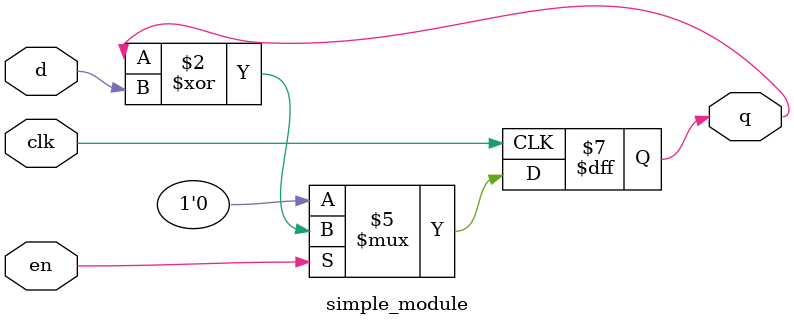
<source format=v>
`timescale 1ns/1ps

module simple_module (
		      input clk,
		      input en,
		      input d,
		      output reg q
		      );
      initial begin 
          q = 0;
      end
      always @(posedge clk) begin 
         if (en)
	    q <=q ^ d;   // NON-BLOCKING ASSIGNMENT specifies D Flip Flop
         else        // The flip-flop creates a one-cycle delay before
	    q <= 0;   // q is changed
      end
endmodule // simple_module

</source>
